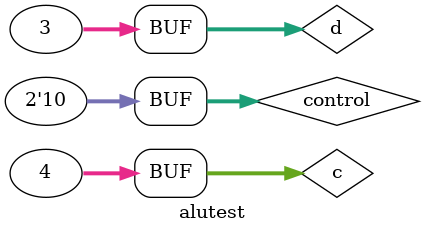
<source format=v>
`timescale 1ns / 1ps
module alutest;

	// Inputs
	reg [31:0] c,d;
	reg [1:0] control;

	// Outputs
	wire [31:0] result;

	// Instantiate the Unit Under Test (UUT)
	alu uut (
		.c(c), 
		.d(d), 
		.control(control), 
		.result(result)
	);

	initial begin
		// Initialize Inputs
		c = 0;
		d = 0;
		control = 0;

		// Wait 100 ns for global reset to finish
		#100;
		c = 4;
		d = 3;
		control = 1;
		#100;
		c = 4;
		d = 3;
		control = 0;
		#100;
		c = 4;
		d = 3;
		control = 2;
        
		// Add stimulus here

	end
      
endmodule


</source>
